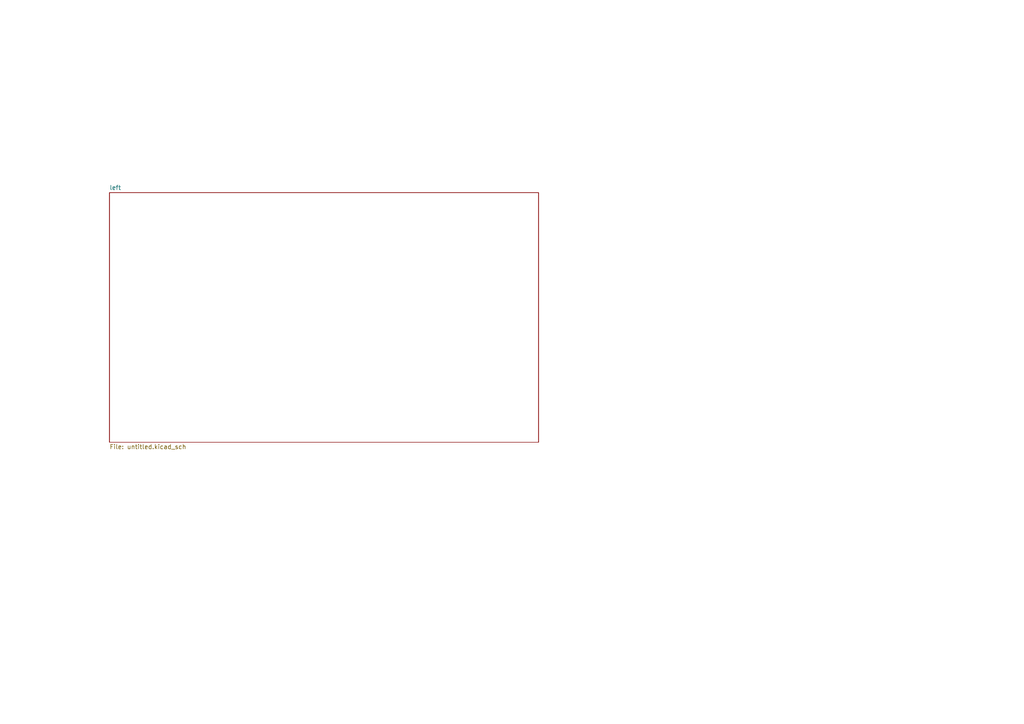
<source format=kicad_sch>
(kicad_sch
	(version 20250114)
	(generator "eeschema")
	(generator_version "9.0")
	(uuid "0e6e5732-2fbb-4778-86e5-2d24eaaecb4f")
	(paper "A4")
	(lib_symbols)
	(sheet
		(at 31.75 55.88)
		(size 124.46 72.39)
		(exclude_from_sim no)
		(in_bom yes)
		(on_board yes)
		(dnp no)
		(fields_autoplaced yes)
		(stroke
			(width 0.1524)
			(type solid)
		)
		(fill
			(color 0 0 0 0.0000)
		)
		(uuid "8ff7967a-74ec-4254-b180-338dd7310d6b")
		(property "Sheetname" "left"
			(at 31.75 55.1684 0)
			(effects
				(font
					(size 1.27 1.27)
				)
				(justify left bottom)
			)
		)
		(property "Sheetfile" "untitled.kicad_sch"
			(at 31.75 128.8546 0)
			(effects
				(font
					(size 1.27 1.27)
				)
				(justify left top)
			)
		)
		(property "Left" ""
			(at 31.75 55.88 0)
			(effects
				(font
					(size 1.27 1.27)
				)
			)
		)
		(instances
			(project "left"
				(path "/0e6e5732-2fbb-4778-86e5-2d24eaaecb4f"
					(page "2")
				)
			)
		)
	)
	(sheet_instances
		(path "/"
			(page "1")
		)
	)
	(embedded_fonts no)
)

</source>
